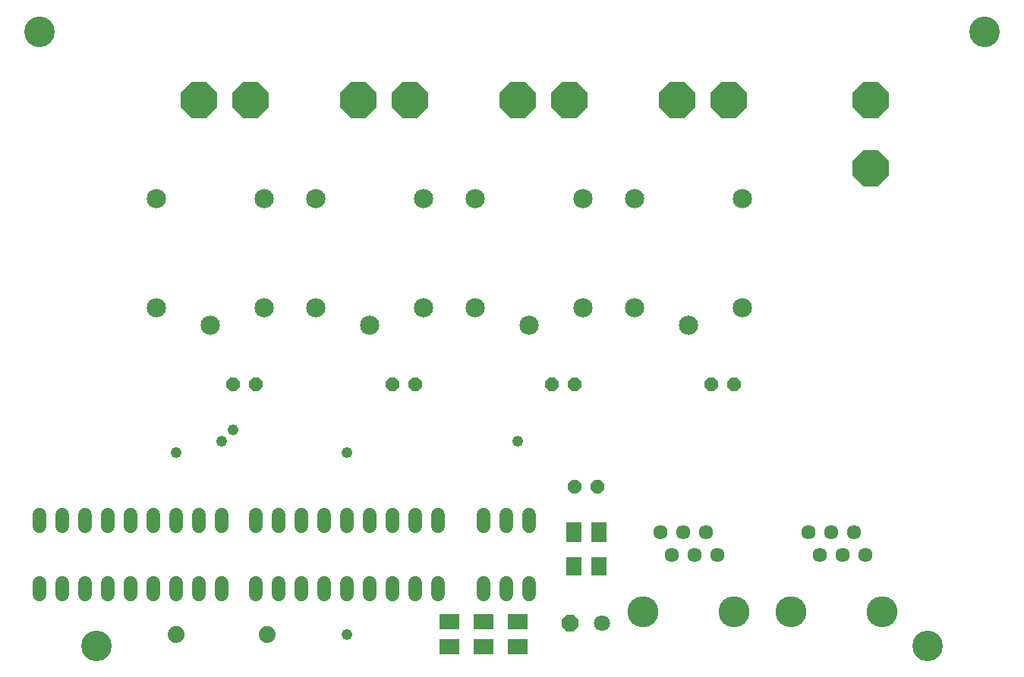
<source format=gbs>
G75*
G70*
%OFA0B0*%
%FSLAX24Y24*%
%IPPOS*%
%LPD*%
%AMOC8*
5,1,8,0,0,1.08239X$1,22.5*
%
%ADD10C,0.1340*%
%ADD11OC8,0.0600*%
%ADD12C,0.0634*%
%ADD13C,0.1360*%
%ADD14C,0.0600*%
%ADD15C,0.0740*%
%ADD16R,0.0710X0.0867*%
%ADD17R,0.0867X0.0710*%
%ADD18R,0.0710X0.0789*%
%ADD19OC8,0.0710*%
%ADD20C,0.0710*%
%ADD21C,0.0848*%
%ADD22OC8,0.1580*%
%ADD23C,0.0480*%
D10*
X004100Y001704D03*
X040600Y001704D03*
X043100Y028704D03*
X001600Y028704D03*
D11*
X010100Y013204D03*
X011100Y013204D03*
X017100Y013204D03*
X018100Y013204D03*
X024100Y013204D03*
X025100Y013204D03*
X031100Y013204D03*
X032100Y013204D03*
X026100Y008704D03*
X025100Y008704D03*
D12*
X028850Y006704D03*
X029850Y006704D03*
X030850Y006704D03*
X030350Y005704D03*
X029350Y005704D03*
X031350Y005704D03*
X035350Y006704D03*
X036350Y006704D03*
X037350Y006704D03*
X036850Y005704D03*
X035850Y005704D03*
X037850Y005704D03*
D13*
X038600Y003204D03*
X034600Y003204D03*
X032100Y003204D03*
X028100Y003204D03*
D14*
X023100Y003944D02*
X023100Y004464D01*
X022100Y004464D02*
X022100Y003944D01*
X021100Y003944D02*
X021100Y004464D01*
X019100Y004464D02*
X019100Y003944D01*
X018100Y003944D02*
X018100Y004464D01*
X017100Y004464D02*
X017100Y003944D01*
X016100Y003944D02*
X016100Y004464D01*
X015100Y004464D02*
X015100Y003944D01*
X014100Y003944D02*
X014100Y004464D01*
X013100Y004464D02*
X013100Y003944D01*
X012100Y003944D02*
X012100Y004464D01*
X011100Y004464D02*
X011100Y003944D01*
X009600Y003944D02*
X009600Y004464D01*
X008600Y004464D02*
X008600Y003944D01*
X007600Y003944D02*
X007600Y004464D01*
X006600Y004464D02*
X006600Y003944D01*
X005600Y003944D02*
X005600Y004464D01*
X004600Y004464D02*
X004600Y003944D01*
X003600Y003944D02*
X003600Y004464D01*
X002600Y004464D02*
X002600Y003944D01*
X001600Y003944D02*
X001600Y004464D01*
X001600Y006944D02*
X001600Y007464D01*
X002600Y007464D02*
X002600Y006944D01*
X003600Y006944D02*
X003600Y007464D01*
X004600Y007464D02*
X004600Y006944D01*
X005600Y006944D02*
X005600Y007464D01*
X006600Y007464D02*
X006600Y006944D01*
X007600Y006944D02*
X007600Y007464D01*
X008600Y007464D02*
X008600Y006944D01*
X009600Y006944D02*
X009600Y007464D01*
X011100Y007464D02*
X011100Y006944D01*
X012100Y006944D02*
X012100Y007464D01*
X013100Y007464D02*
X013100Y006944D01*
X014100Y006944D02*
X014100Y007464D01*
X015100Y007464D02*
X015100Y006944D01*
X016100Y006944D02*
X016100Y007464D01*
X017100Y007464D02*
X017100Y006944D01*
X018100Y006944D02*
X018100Y007464D01*
X019100Y007464D02*
X019100Y006944D01*
X021100Y006944D02*
X021100Y007464D01*
X022100Y007464D02*
X022100Y006944D01*
X023100Y006944D02*
X023100Y007464D01*
D15*
X011600Y002204D03*
X007600Y002204D03*
D16*
X025049Y006704D03*
X026151Y006704D03*
D17*
X022600Y002755D03*
X022600Y001653D03*
X021100Y001653D03*
X021100Y002755D03*
X019600Y002755D03*
X019600Y001653D03*
D18*
X025049Y005204D03*
X026151Y005204D03*
D19*
X024900Y002704D03*
D20*
X026300Y002704D03*
D21*
X023100Y015779D03*
X020738Y016566D03*
X018462Y016566D03*
X016100Y015779D03*
X013738Y016566D03*
X011462Y016566D03*
X009100Y015779D03*
X006738Y016566D03*
X006738Y021369D03*
X011462Y021369D03*
X013738Y021369D03*
X018462Y021369D03*
X020738Y021369D03*
X025462Y021369D03*
X027738Y021369D03*
X032462Y021369D03*
X032462Y016566D03*
X030100Y015779D03*
X027738Y016566D03*
X025462Y016566D03*
D22*
X024850Y025704D03*
X022600Y025704D03*
X017850Y025704D03*
X015600Y025704D03*
X010850Y025704D03*
X008600Y025704D03*
X029600Y025704D03*
X031850Y025704D03*
X038100Y025704D03*
X038100Y022704D03*
D23*
X022600Y010704D03*
X015100Y010204D03*
X010100Y011204D03*
X009600Y010704D03*
X007600Y010204D03*
X015100Y002204D03*
M02*

</source>
